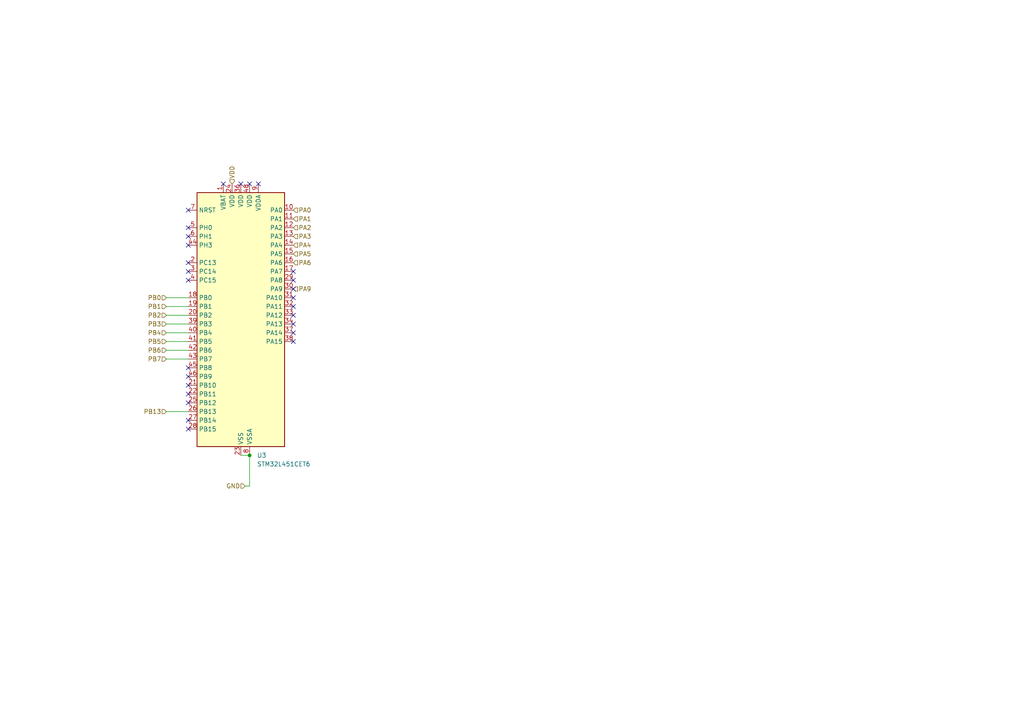
<source format=kicad_sch>
(kicad_sch (version 20250114) (generator "eeschema") (generator_version "9.0")
  (paper "A4")
  (title_block (title "Sensor_pcb: stm") (date "2025-10-21") (company "Giacomo Raggi"))
  (lib_symbols
    (symbol "#dzdb:s_mcu/M-STM-STM32L451CET6"
      (property "Reference" "U" (at -12.7 39.37 0))
      (property "Value" "STM32L451CET6" (at 7.62 39.37 0))
      (symbol "s_mcu/M-STM-STM32L451CET6_0_1"
        (rectangle (start -12.7 -35.56) (end 12.7 38.1) (stroke (width 0.254)) (fill (type background)))
      )
      (symbol "s_mcu/M-STM-STM32L451CET6_1_1"
        (pin input line (at -15.24 33.02 0) (length 2.54) (name "NRST") (number "7"))
        (pin bidirectional line (at -15.24 27.94 0) (length 2.54) (name "PH0") (number "5"))
        (pin bidirectional line (at -15.24 25.4 0) (length 2.54) (name "PH1") (number "6"))
        (pin bidirectional line (at -15.24 22.86 0) (length 2.54) (name "PH3") (number "44"))
        (pin bidirectional line (at -15.24 17.78 0) (length 2.54) (name "PC13") (number "2"))
        (pin bidirectional line (at -15.24 15.24 0) (length 2.54) (name "PC14") (number "3"))
        (pin bidirectional line (at -15.24 12.7 0) (length 2.54) (name "PC15") (number "4"))
        (pin bidirectional line (at -15.24 7.62 0) (length 2.54) (name "PB0") (number "18"))
        (pin bidirectional line (at -15.24 5.08 0) (length 2.54) (name "PB1") (number "19"))
        (pin bidirectional line (at -15.24 2.54 0) (length 2.54) (name "PB2") (number "20"))
        (pin bidirectional line (at -15.24 0 0) (length 2.54) (name "PB3") (number "39"))
        (pin bidirectional line (at -15.24 -2.54 0) (length 2.54) (name "PB4") (number "40"))
        (pin bidirectional line (at -15.24 -5.08 0) (length 2.54) (name "PB5") (number "41"))
        (pin bidirectional line (at -15.24 -7.62 0) (length 2.54) (name "PB6") (number "42"))
        (pin bidirectional line (at -15.24 -10.16 0) (length 2.54) (name "PB7") (number "43"))
        (pin bidirectional line (at -15.24 -12.7 0) (length 2.54) (name "PB8") (number "45"))
        (pin bidirectional line (at -15.24 -15.24 0) (length 2.54) (name "PB9") (number "46"))
        (pin bidirectional line (at -15.24 -17.78 0) (length 2.54) (name "PB10") (number "21"))
        (pin bidirectional line (at -15.24 -20.32 0) (length 2.54) (name "PB11") (number "22"))
        (pin bidirectional line (at -15.24 -22.86 0) (length 2.54) (name "PB12") (number "25"))
        (pin bidirectional line (at -15.24 -25.4 0) (length 2.54) (name "PB13") (number "26"))
        (pin bidirectional line (at -15.24 -27.94 0) (length 2.54) (name "PB14") (number "27"))
        (pin bidirectional line (at -15.24 -30.48 0) (length 2.54) (name "PB15") (number "28"))
        (pin power_in line (at -5.08 40.64 270) (length 2.54) (name "VBAT") (number "1"))
        (pin power_in line (at -2.54 40.64 270) (length 2.54) (name "VDD") (number "24"))
        (pin power_in line (at 0 40.64 270) (length 2.54) (name "VDD") (number "36"))
        (pin power_in line (at 0 -38.1 90) (length 2.54) (name "VSS") (number "23"))
        (pin passive line (at 0 -38.1 90) (length 2.54) (hide yes) (name "VSS") (number "35"))
        (pin passive line (at 0 -38.1 90) (length 2.54) (hide yes) (name "VSS") (number "47"))
        (pin power_in line (at 2.54 40.64 270) (length 2.54) (name "VDD") (number "48"))
        (pin power_in line (at 2.54 -38.1 90) (length 2.54) (name "VSSA") (number "8"))
        (pin power_in line (at 5.08 40.64 270) (length 2.54) (name "VDDA") (number "9"))
        (pin bidirectional line (at 15.24 33.02 180) (length 2.54) (name "PA0") (number "10"))
        (pin bidirectional line (at 15.24 30.48 180) (length 2.54) (name "PA1") (number "11"))
        (pin bidirectional line (at 15.24 27.94 180) (length 2.54) (name "PA2") (number "12"))
        (pin bidirectional line (at 15.24 25.4 180) (length 2.54) (name "PA3") (number "13"))
        (pin bidirectional line (at 15.24 22.86 180) (length 2.54) (name "PA4") (number "14"))
        (pin bidirectional line (at 15.24 20.32 180) (length 2.54) (name "PA5") (number "15"))
        (pin bidirectional line (at 15.24 17.78 180) (length 2.54) (name "PA6") (number "16"))
        (pin bidirectional line (at 15.24 15.24 180) (length 2.54) (name "PA7") (number "17"))
        (pin bidirectional line (at 15.24 12.7 180) (length 2.54) (name "PA8") (number "29"))
        (pin bidirectional line (at 15.24 10.16 180) (length 2.54) (name "PA9") (number "30"))
        (pin bidirectional line (at 15.24 7.62 180) (length 2.54) (name "PA10") (number "31"))
        (pin bidirectional line (at 15.24 5.08 180) (length 2.54) (name "PA11") (number "32"))
        (pin bidirectional line (at 15.24 2.54 180) (length 2.54) (name "PA12") (number "33"))
        (pin bidirectional line (at 15.24 0 180) (length 2.54) (name "PA13") (number "34"))
        (pin bidirectional line (at 15.24 -2.54 180) (length 2.54) (name "PA14") (number "37"))
        (pin bidirectional line (at 15.24 -5.08 180) (length 2.54) (name "PA15") (number "38"))
      )
    )
  )
  (junction (at 72.39 132.08))
  (no_connect (at 54.61 109.22))
  (no_connect (at 54.61 106.68))
  (no_connect (at 54.61 114.3))
  (no_connect (at 54.61 81.28))
  (no_connect (at 54.61 124.46))
  (no_connect (at 54.61 116.84))
  (no_connect (at 85.09 99.06))
  (no_connect (at 54.61 111.76))
  (no_connect (at 85.09 91.44))
  (no_connect (at 54.61 121.92))
  (no_connect (at 85.09 96.52))
  (no_connect (at 54.61 76.2))
  (no_connect (at 64.77 53.34))
  (no_connect (at 54.61 68.58))
  (no_connect (at 54.61 78.74))
  (no_connect (at 74.93 53.34))
  (no_connect (at 54.61 60.96))
  (no_connect (at 85.09 88.9))
  (no_connect (at 54.61 66.04))
  (no_connect (at 85.09 78.74))
  (no_connect (at 85.09 81.28))
  (no_connect (at 85.09 86.36))
  (no_connect (at 85.09 83.82))
  (no_connect (at 69.85 53.34))
  (no_connect (at 72.39 53.34))
  (no_connect (at 85.09 93.98))
  (no_connect (at 54.61 71.12))
  (wire (pts (xy 48.26 91.44) (xy 54.61 91.44)))
  (wire (pts (xy 48.26 93.98) (xy 54.61 93.98)))
  (wire (pts (xy 48.26 88.9) (xy 54.61 88.9)))
  (wire (pts (xy 72.39 140.97) (xy 71.12 140.97)))
  (wire (pts (xy 72.39 132.08) (xy 72.39 140.97)))
  (wire (pts (xy 48.26 96.52) (xy 54.61 96.52)))
  (wire (pts (xy 48.26 101.6) (xy 54.61 101.6)))
  (wire (pts (xy 69.85 132.08) (xy 72.39 132.08)))
  (wire (pts (xy 48.26 119.38) (xy 54.61 119.38)))
  (wire (pts (xy 48.26 99.06) (xy 54.61 99.06)))
  (wire (pts (xy 48.26 104.14) (xy 54.61 104.14)))
  (wire (pts (xy 48.26 86.36) (xy 54.61 86.36)))
  (hierarchical_label "PB3" (shape input) (at 48.26 93.98 180))
  (hierarchical_label "PB1" (shape input) (at 48.26 88.9 180))
  (hierarchical_label "PB6" (shape input) (at 48.26 101.6 180))
  (hierarchical_label "PA2" (shape input) (at 85.09 66.04 0))
  (hierarchical_label "PA9" (shape input) (at 85.09 83.82 0))
  (hierarchical_label "PA4" (shape input) (at 85.09 71.12 0))
  (hierarchical_label "PB0" (shape input) (at 48.26 86.36 180))
  (hierarchical_label "PA5" (shape input) (at 85.09 73.66 0))
  (hierarchical_label "PB2" (shape input) (at 48.26 91.44 180))
  (hierarchical_label "PB5" (shape input) (at 48.26 99.06 180))
  (hierarchical_label "PB4" (shape input) (at 48.26 96.52 180))
  (hierarchical_label "GND" (shape input) (at 71.12 140.97 180))
  (hierarchical_label "PA6" (shape input) (at 85.09 76.2 0))
  (hierarchical_label "PA3" (shape input) (at 85.09 68.58 0))
  (hierarchical_label "PB13" (shape input) (at 48.26 119.38 180))
  (hierarchical_label "VDD" (shape input) (at 67.31 53.34 90))
  (hierarchical_label "PB7" (shape input) (at 48.26 104.14 180))
  (hierarchical_label "PA0" (shape input) (at 85.09 60.96 0))
  (hierarchical_label "PA1" (shape input) (at 85.09 63.5 0))
  (symbol (lib_id "#dzdb:s_mcu/M-STM-STM32L451CET6") (at 69.85 93.98 0) (unit 1)
    (property "Reference" "U3" (at 74.5333 132.08 0) (effects (justify left)))
    (property "Value" "STM32L451CET6" (at 74.5333 134.62 0) (effects (justify left)))
    (property "Footprint" "dz_mcu:STM32L451CET6" (effects (hide yes)))
    (property "Datasheet" "https://www.st.com/resource/en/datasheet/stm32l451cc.pdf" (effects (hide yes)))
    (property "Description" "MCU 32-Bit ARM Cortex M4 80MHz LQFP48" (effects (hide yes)))
    (property "IPN" "M-STM-STM32L451CET6" (effects (hide yes)))
    (property "MPN" "STM32L451CET6" (effects (hide yes)))
    (property "Manufacturer" "STMicroelectronics" (effects (hide yes)))
    (property "Core" "Cortex-M4" (effects (hide yes)))
    (property "Flash" "512KB" (effects (hide yes)))
    (property "RAM" "160KB" (effects (hide yes)))
    (property "Freq" "80MHz" (effects (hide yes)))
    (property "Voltage" "1.71V-3.6V" (effects (hide yes)))
    (property "Pins" "38" (effects (hide yes)))
    (property "ADC" "12bit" (effects (hide yes)))
    (property "DAC" "12bit" (effects (hide yes)))
    (property "Interfaces" "I2C SPI UART USART CAN" (effects (hide yes)))
    (property "Special" "DMA RTC" (effects (hide yes)))
    (property "Package" "LQFP48" (effects (hide yes)))
    (property "Temp Range" "-40°C to 85°C" (effects (hide yes)))
    (property "Supplier" " Mouser" (effects (hide yes)))
    (property "SPN" "511-STM32L451CET6" (effects (hide yes)))
    (property "LCSC" "C5269846" (effects (hide yes)))
    (property "Comment" "lifecycle=Active" (effects (hide yes)))
  )
)
</source>
